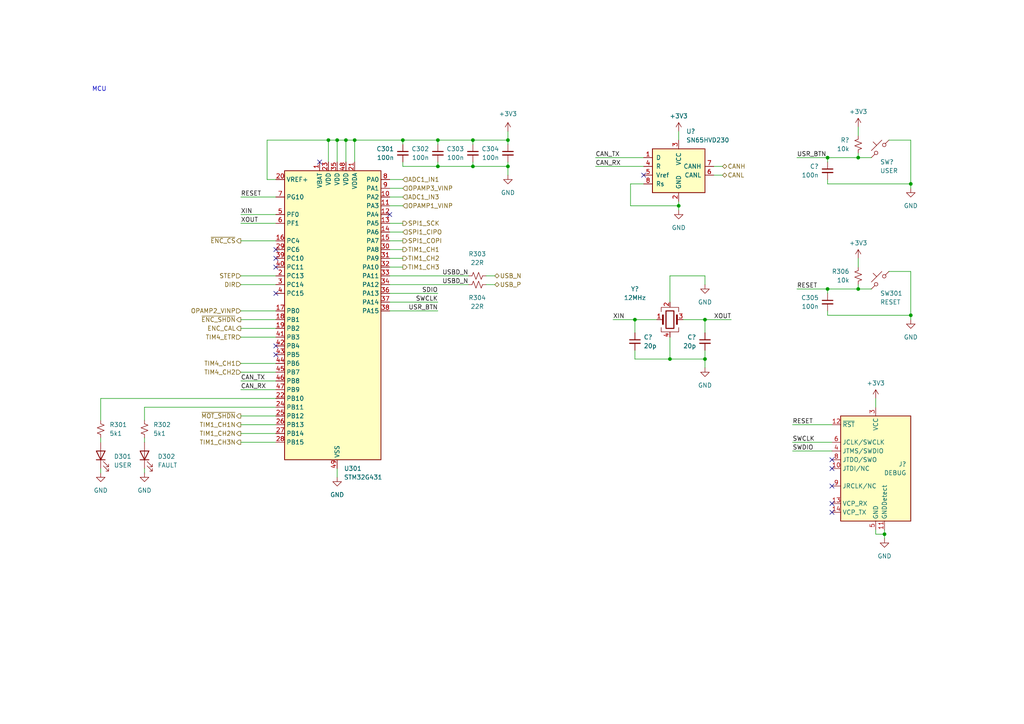
<source format=kicad_sch>
(kicad_sch (version 20230121) (generator eeschema)
  (paper "A4")
  (title_block (title "MICROCONTROLLER") (date "2023-06-17") (rev "1.0") (company "matei repair lab"))
  (lib_symbols
    (symbol "Connector:Conn_ST_STDC14"
      (property "Reference" "J" (at -8.89 16.51 0))
      (property "Value" "Conn_ST_STDC14" (at 17.78 16.51 0))
      (symbol "Conn_ST_STDC14_0_1"
        (rectangle (start -10.16 15.24) (end 10.16 -15.24) (stroke (width 0.254)) (fill (type background)))
      )
      (symbol "Conn_ST_STDC14_1_1"
        (pin no_connect line (at -10.16 5.08 0) (length 2.54) hide (name "NC") (number "1"))
        (pin output line (at 12.7 0 180) (length 2.54) (name "JTDI/NC") (number "10"))
        (pin passive line (at -2.54 -17.78 90) (length 2.54) (name "GNDDetect") (number "11"))
        (pin open_collector line (at 12.7 12.7 180) (length 2.54) (name "~{RST}") (number "12"))
        (pin output line (at 12.7 -10.16 180) (length 2.54) (name "VCP_RX") (number "13"))
        (pin input line (at 12.7 -12.7 180) (length 2.54) (name "VCP_TX") (number "14"))
        (pin no_connect line (at -10.16 2.54 0) (length 2.54) hide (name "NC") (number "2"))
        (pin power_in line (at 0 17.78 270) (length 2.54) (name "VCC") (number "3"))
        (pin bidirectional line (at 12.7 5.08 180) (length 2.54) (name "JTMS/SWDIO") (number "4"))
        (pin power_in line (at 0 -17.78 90) (length 2.54) (name "GND") (number "5"))
        (pin output line (at 12.7 7.62 180) (length 2.54) (name "JCLK/SWCLK") (number "6"))
        (pin passive line (at 0 -17.78 90) (length 2.54) hide (name "GND") (number "7"))
        (pin input line (at 12.7 2.54 180) (length 2.54) (name "JTDO/SWO") (number "8"))
        (pin input line (at 12.7 -5.08 180) (length 2.54) (name "JRCLK/NC") (number "9"))
      )
    )
    (symbol "Device:C_Small" (pin_numbers hide) (pin_names (offset 0.254) hide)
      (property "Reference" "C" (at 0.254 1.778 0))
      (property "Value" "C_Small" (at 0.254 -2.032 0))
      (symbol "C_Small_0_1"
        (polyline (pts (xy -1.524 -0.508) (xy 1.524 -0.508)) (stroke (width 0.3302)))
        (polyline (pts (xy -1.524 0.508) (xy 1.524 0.508)) (stroke (width 0.3048)))
      )
      (symbol "C_Small_1_1"
        (pin passive line (at 0 2.54 270) (length 2.032) (name "~") (number "1"))
        (pin passive line (at 0 -2.54 90) (length 2.032) (name "~") (number "2"))
      )
    )
    (symbol "Device:Crystal_GND24" (pin_names (offset 1.016) hide)
      (property "Reference" "Y" (at 3.175 5.08 0))
      (property "Value" "Crystal_GND24" (at 3.175 3.175 0))
      (symbol "Crystal_GND24_0_1"
        (rectangle (start -1.143 2.54) (end 1.143 -2.54) (stroke (width 0.3048)))
        (polyline (pts (xy -2.54 0) (xy -2.032 0)))
        (polyline (pts (xy -2.032 -1.27) (xy -2.032 1.27)) (stroke (width 0.508)))
        (polyline (pts (xy 0 -3.81) (xy 0 -3.556)))
        (polyline (pts (xy 0 3.556) (xy 0 3.81)))
        (polyline (pts (xy 2.032 -1.27) (xy 2.032 1.27)) (stroke (width 0.508)))
        (polyline (pts (xy 2.032 0) (xy 2.54 0)))
        (polyline (pts (xy -2.54 -2.286) (xy -2.54 -3.556) (xy 2.54 -3.556) (xy 2.54 -2.286)))
        (polyline (pts (xy -2.54 2.286) (xy -2.54 3.556) (xy 2.54 3.556) (xy 2.54 2.286)))
      )
      (symbol "Crystal_GND24_1_1"
        (pin passive line (at -3.81 0 0) (length 1.27) (name "1") (number "1"))
        (pin passive line (at 0 5.08 270) (length 1.27) (name "2") (number "2"))
        (pin passive line (at 3.81 0 180) (length 1.27) (name "3") (number "3"))
        (pin passive line (at 0 -5.08 90) (length 1.27) (name "4") (number "4"))
      )
    )
    (symbol "Device:LED" (pin_numbers hide) (pin_names (offset 1.016) hide)
      (property "Reference" "D" (at 0 2.54 0))
      (property "Value" "LED" (at 0 -2.54 0))
      (symbol "LED_0_1"
        (polyline (pts (xy -1.27 -1.27) (xy -1.27 1.27)) (stroke (width 0.254)))
        (polyline (pts (xy -1.27 0) (xy 1.27 0)))
        (polyline (pts (xy 1.27 -1.27) (xy 1.27 1.27) (xy -1.27 0) (xy 1.27 -1.27)) (stroke (width 0.254)))
        (polyline (pts (xy -3.048 -0.762) (xy -4.572 -2.286) (xy -3.81 -2.286) (xy -4.572 -2.286) (xy -4.572 -1.524)))
        (polyline (pts (xy -1.778 -0.762) (xy -3.302 -2.286) (xy -2.54 -2.286) (xy -3.302 -2.286) (xy -3.302 -1.524)))
      )
      (symbol "LED_1_1"
        (pin passive line (at -3.81 0 0) (length 2.54) (name "K") (number "1"))
        (pin passive line (at 3.81 0 180) (length 2.54) (name "A") (number "2"))
      )
    )
    (symbol "Device:R_Small_US" (pin_numbers hide) (pin_names (offset 0.254) hide)
      (property "Reference" "R" (at 0.762 0.508 0))
      (property "Value" "R_Small_US" (at 0.762 -1.016 0))
      (symbol "R_Small_US_1_1"
        (polyline (pts (xy 0 0) (xy 1.016 -0.381) (xy 0 -0.762) (xy -1.016 -1.143) (xy 0 -1.524)))
        (polyline (pts (xy 0 1.524) (xy 1.016 1.143) (xy 0 0.762) (xy -1.016 0.381) (xy 0 0)))
        (pin passive line (at 0 2.54 270) (length 1.016) (name "~") (number "1"))
        (pin passive line (at 0 -2.54 90) (length 1.016) (name "~") (number "2"))
      )
    )
    (symbol "Interface_CAN_LIN:SN65HVD230" (pin_names (offset 1.016))
      (property "Reference" "U" (at -2.54 10.16 0))
      (property "Value" "SN65HVD230" (at -2.54 7.62 0))
      (symbol "SN65HVD230_0_1"
        (rectangle (start -7.62 5.08) (end 7.62 -7.62) (stroke (width 0.254)) (fill (type background)))
      )
      (symbol "SN65HVD230_1_1"
        (pin input line (at -10.16 2.54 0) (length 2.54) (name "D") (number "1"))
        (pin power_in line (at 0 -10.16 90) (length 2.54) (name "GND") (number "2"))
        (pin power_in line (at 0 7.62 270) (length 2.54) (name "VCC") (number "3"))
        (pin output line (at -10.16 0 0) (length 2.54) (name "R") (number "4"))
        (pin output line (at -10.16 -2.54 0) (length 2.54) (name "Vref") (number "5"))
        (pin bidirectional line (at 10.16 -2.54 180) (length 2.54) (name "CANL") (number "6"))
        (pin bidirectional line (at 10.16 0 180) (length 2.54) (name "CANH") (number "7"))
        (pin input line (at -10.16 -5.08 0) (length 2.54) (name "Rs") (number "8"))
      )
    )
    (symbol "MCU_ST_STM32G4:STM32G431CBUx"
      (property "Reference" "U" (at -12.7 44.45 0))
      (property "Value" "STM32G431CBUx" (at 10.16 44.45 0))
      (symbol "STM32G431CBUx_0_1"
        (rectangle (start -12.7 -40.64) (end 15.24 43.18) (stroke (width 0.254)) (fill (type background)))
      )
      (symbol "STM32G431CBUx_1_1"
        (pin power_in line (at -2.54 45.72 270) (length 2.54) (name "VBAT") (number "1"))
        (pin bidirectional line (at 17.78 35.56 180) (length 2.54) (name "PA2") (number "10"))
        (pin bidirectional line (at 17.78 33.02 180) (length 2.54) (name "PA3") (number "11"))
        (pin bidirectional line (at 17.78 30.48 180) (length 2.54) (name "PA4") (number "12"))
        (pin bidirectional line (at 17.78 27.94 180) (length 2.54) (name "PA5") (number "13"))
        (pin bidirectional line (at 17.78 25.4 180) (length 2.54) (name "PA6") (number "14"))
        (pin bidirectional line (at 17.78 22.86 180) (length 2.54) (name "PA7") (number "15"))
        (pin bidirectional line (at -15.24 22.86 0) (length 2.54) (name "PC4") (number "16"))
        (pin bidirectional line (at -15.24 2.54 0) (length 2.54) (name "PB0") (number "17"))
        (pin bidirectional line (at -15.24 0 0) (length 2.54) (name "PB1") (number "18"))
        (pin bidirectional line (at -15.24 -2.54 0) (length 2.54) (name "PB2") (number "19"))
        (pin bidirectional line (at -15.24 12.7 0) (length 2.54) (name "PC13") (number "2"))
        (pin input line (at -15.24 40.64 0) (length 2.54) (name "VREF+") (number "20"))
        (pin power_in line (at 7.62 45.72 270) (length 2.54) (name "VDDA") (number "21"))
        (pin bidirectional line (at -15.24 -22.86 0) (length 2.54) (name "PB10") (number "22"))
        (pin power_in line (at 0 45.72 270) (length 2.54) (name "VDD") (number "23"))
        (pin bidirectional line (at -15.24 -25.4 0) (length 2.54) (name "PB11") (number "24"))
        (pin bidirectional line (at -15.24 -27.94 0) (length 2.54) (name "PB12") (number "25"))
        (pin bidirectional line (at -15.24 -30.48 0) (length 2.54) (name "PB13") (number "26"))
        (pin bidirectional line (at -15.24 -33.02 0) (length 2.54) (name "PB14") (number "27"))
        (pin bidirectional line (at -15.24 -35.56 0) (length 2.54) (name "PB15") (number "28"))
        (pin bidirectional line (at -15.24 20.32 0) (length 2.54) (name "PC6") (number "29"))
        (pin bidirectional line (at -15.24 10.16 0) (length 2.54) (name "PC14") (number "3"))
        (pin bidirectional line (at 17.78 20.32 180) (length 2.54) (name "PA8") (number "30"))
        (pin bidirectional line (at 17.78 17.78 180) (length 2.54) (name "PA9") (number "31"))
        (pin bidirectional line (at 17.78 15.24 180) (length 2.54) (name "PA10") (number "32"))
        (pin bidirectional line (at 17.78 12.7 180) (length 2.54) (name "PA11") (number "33"))
        (pin bidirectional line (at 17.78 10.16 180) (length 2.54) (name "PA12") (number "34"))
        (pin power_in line (at 2.54 45.72 270) (length 2.54) (name "VDD") (number "35"))
        (pin bidirectional line (at 17.78 7.62 180) (length 2.54) (name "PA13") (number "36"))
        (pin bidirectional line (at 17.78 5.08 180) (length 2.54) (name "PA14") (number "37"))
        (pin bidirectional line (at 17.78 2.54 180) (length 2.54) (name "PA15") (number "38"))
        (pin bidirectional line (at -15.24 17.78 0) (length 2.54) (name "PC10") (number "39"))
        (pin bidirectional line (at -15.24 7.62 0) (length 2.54) (name "PC15") (number "4"))
        (pin bidirectional line (at -15.24 15.24 0) (length 2.54) (name "PC11") (number "40"))
        (pin bidirectional line (at -15.24 -5.08 0) (length 2.54) (name "PB3") (number "41"))
        (pin bidirectional line (at -15.24 -7.62 0) (length 2.54) (name "PB4") (number "42"))
        (pin bidirectional line (at -15.24 -10.16 0) (length 2.54) (name "PB5") (number "43"))
        (pin bidirectional line (at -15.24 -12.7 0) (length 2.54) (name "PB6") (number "44"))
        (pin bidirectional line (at -15.24 -15.24 0) (length 2.54) (name "PB7") (number "45"))
        (pin bidirectional line (at -15.24 -17.78 0) (length 2.54) (name "PB8") (number "46"))
        (pin bidirectional line (at -15.24 -20.32 0) (length 2.54) (name "PB9") (number "47"))
        (pin power_in line (at 5.08 45.72 270) (length 2.54) (name "VDD") (number "48"))
        (pin power_in line (at 2.54 -43.18 90) (length 2.54) (name "VSS") (number "49"))
        (pin bidirectional line (at -15.24 30.48 0) (length 2.54) (name "PF0") (number "5"))
        (pin bidirectional line (at -15.24 27.94 0) (length 2.54) (name "PF1") (number "6"))
        (pin bidirectional line (at -15.24 35.56 0) (length 2.54) (name "PG10") (number "7"))
        (pin bidirectional line (at 17.78 40.64 180) (length 2.54) (name "PA0") (number "8"))
        (pin bidirectional line (at 17.78 38.1 180) (length 2.54) (name "PA1") (number "9"))
      )
    )
    (symbol "Switch:SW_Push_45deg" (pin_numbers hide) (pin_names (offset 1.016) hide)
      (property "Reference" "SW" (at 3.048 1.016 0))
      (property "Value" "SW_Push_45deg" (at 0 -3.81 0))
      (symbol "SW_Push_45deg_0_1"
        (circle (center -1.1684 1.1684) (radius 0.508))
        (polyline (pts (xy -0.508 2.54) (xy 2.54 -0.508)))
        (polyline (pts (xy 1.016 1.016) (xy 2.032 2.032)))
        (polyline (pts (xy -2.54 2.54) (xy -1.524 1.524) (xy -1.524 1.524)))
        (polyline (pts (xy 1.524 -1.524) (xy 2.54 -2.54) (xy 2.54 -2.54) (xy 2.54 -2.54)))
        (circle (center 1.143 -1.1938) (radius 0.508))
        (pin passive line (at -2.54 2.54 0) (length 0) (name "1") (number "1"))
        (pin passive line (at 2.54 -2.54 180) (length 0) (name "2") (number "2"))
      )
    )
    (symbol "power:+3V3" (power) (pin_names (offset 0))
      (property "Value" "+3V3" (at 0 3.556 0))
      (symbol "+3V3_0_1"
        (polyline (pts (xy -0.762 1.27) (xy 0 2.54)))
        (polyline (pts (xy 0 0) (xy 0 2.54)))
        (polyline (pts (xy 0 2.54) (xy 0.762 1.27)))
      )
      (symbol "+3V3_1_1"
        (pin power_in line (at 0 0 90) (length 0) hide (name "+3V3") (number "1"))
      )
    )
    (symbol "power:GND" (power) (pin_names (offset 0))
      (property "Value" "GND" (at 0 -3.81 0))
      (symbol "GND_0_1"
        (polyline (pts (xy 0 0) (xy 0 -1.27) (xy 1.27 -1.27) (xy 0 -2.54) (xy -1.27 -1.27) (xy 0 -1.27)))
      )
      (symbol "GND_1_1"
        (pin power_in line (at 0 0 270) (length 0) hide (name "GND") (number "1"))
      )
    )
  )
  (junction (at 137.16 40.64))
  (junction (at 100.33 40.64))
  (junction (at 97.79 40.64))
  (junction (at 248.92 45.72))
  (junction (at 116.84 40.64))
  (junction (at 184.15 92.71))
  (junction (at 264.16 91.44))
  (junction (at 127 40.64))
  (junction (at 264.16 53.34))
  (junction (at 204.47 104.14))
  (junction (at 127 48.26))
  (junction (at 194.31 104.14))
  (junction (at 147.32 48.26))
  (junction (at 248.92 83.82))
  (junction (at 147.32 40.64))
  (junction (at 256.54 154.94))
  (junction (at 240.03 45.72))
  (junction (at 137.16 48.26))
  (junction (at 240.03 83.82))
  (junction (at 102.87 40.64))
  (junction (at 95.25 40.64))
  (junction (at 204.47 92.71))
  (junction (at 196.85 59.69))
  (no_connect (at 80.01 77.47))
  (no_connect (at 241.3 148.59))
  (no_connect (at 80.01 102.87))
  (no_connect (at 241.3 133.35))
  (no_connect (at 80.01 100.33))
  (no_connect (at 113.03 62.23))
  (no_connect (at 186.69 50.8))
  (no_connect (at 80.01 72.39))
  (no_connect (at 92.71 46.99))
  (no_connect (at 241.3 140.97))
  (no_connect (at 80.01 74.93))
  (no_connect (at 80.01 85.09))
  (no_connect (at 241.3 135.89))
  (no_connect (at 241.3 146.05))
  (wire (pts (xy 116.84 40.64) (xy 116.84 41.91)))
  (wire (pts (xy 69.85 113.03) (xy 80.01 113.03)))
  (wire (pts (xy 147.32 46.99) (xy 147.32 48.26)))
  (wire (pts (xy 196.85 58.42) (xy 196.85 59.69)))
  (wire (pts (xy 77.47 52.07) (xy 77.47 40.64)))
  (wire (pts (xy 204.47 80.01) (xy 204.47 82.55)))
  (wire (pts (xy 254 153.67) (xy 254 154.94)))
  (wire (pts (xy 184.15 101.6) (xy 184.15 104.14)))
  (wire (pts (xy 240.03 52.07) (xy 240.03 53.34)))
  (wire (pts (xy 69.85 97.79) (xy 80.01 97.79)))
  (wire (pts (xy 69.85 128.27) (xy 80.01 128.27)))
  (wire (pts (xy 97.79 40.64) (xy 97.79 46.99)))
  (wire (pts (xy 254 115.57) (xy 254 118.11)))
  (wire (pts (xy 140.97 82.55) (xy 143.51 82.55)))
  (wire (pts (xy 69.85 80.01) (xy 80.01 80.01)))
  (wire (pts (xy 248.92 74.93) (xy 248.92 77.47)))
  (wire (pts (xy 194.31 97.79) (xy 194.31 104.14)))
  (wire (pts (xy 248.92 44.45) (xy 248.92 45.72)))
  (wire (pts (xy 69.85 95.25) (xy 80.01 95.25)))
  (wire (pts (xy 69.85 125.73) (xy 80.01 125.73)))
  (wire (pts (xy 229.87 123.19) (xy 241.3 123.19)))
  (wire (pts (xy 29.21 115.57) (xy 80.01 115.57)))
  (wire (pts (xy 207.01 50.8) (xy 209.55 50.8)))
  (wire (pts (xy 80.01 69.85) (xy 69.85 69.85)))
  (wire (pts (xy 95.25 46.99) (xy 95.25 40.64)))
  (wire (pts (xy 100.33 40.64) (xy 102.87 40.64)))
  (wire (pts (xy 41.91 121.92) (xy 41.91 118.11)))
  (wire (pts (xy 113.03 59.69) (xy 116.84 59.69)))
  (wire (pts (xy 69.85 120.65) (xy 80.01 120.65)))
  (wire (pts (xy 127 40.64) (xy 127 41.91)))
  (wire (pts (xy 137.16 48.26) (xy 147.32 48.26)))
  (wire (pts (xy 69.85 92.71) (xy 80.01 92.71)))
  (wire (pts (xy 229.87 130.81) (xy 241.3 130.81)))
  (wire (pts (xy 113.03 52.07) (xy 116.84 52.07)))
  (wire (pts (xy 248.92 83.82) (xy 252.73 83.82)))
  (wire (pts (xy 113.03 67.31) (xy 116.84 67.31)))
  (wire (pts (xy 248.92 45.72) (xy 252.73 45.72)))
  (wire (pts (xy 248.92 82.55) (xy 248.92 83.82)))
  (wire (pts (xy 257.81 40.64) (xy 264.16 40.64)))
  (wire (pts (xy 172.72 45.72) (xy 186.69 45.72)))
  (wire (pts (xy 257.81 78.74) (xy 264.16 78.74)))
  (wire (pts (xy 256.54 154.94) (xy 256.54 156.21)))
  (wire (pts (xy 172.72 48.26) (xy 186.69 48.26)))
  (wire (pts (xy 80.01 52.07) (xy 77.47 52.07)))
  (wire (pts (xy 41.91 135.89) (xy 41.91 137.16)))
  (wire (pts (xy 69.85 107.95) (xy 80.01 107.95)))
  (wire (pts (xy 113.03 74.93) (xy 116.84 74.93)))
  (wire (pts (xy 196.85 38.1) (xy 196.85 40.64)))
  (wire (pts (xy 264.16 78.74) (xy 264.16 91.44)))
  (wire (pts (xy 229.87 128.27) (xy 241.3 128.27)))
  (wire (pts (xy 113.03 82.55) (xy 135.89 82.55)))
  (wire (pts (xy 113.03 64.77) (xy 116.84 64.77)))
  (wire (pts (xy 240.03 45.72) (xy 248.92 45.72)))
  (wire (pts (xy 116.84 40.64) (xy 127 40.64)))
  (wire (pts (xy 194.31 87.63) (xy 194.31 80.01)))
  (wire (pts (xy 113.03 57.15) (xy 116.84 57.15)))
  (wire (pts (xy 254 154.94) (xy 256.54 154.94)))
  (wire (pts (xy 69.85 57.15) (xy 80.01 57.15)))
  (wire (pts (xy 194.31 104.14) (xy 204.47 104.14)))
  (wire (pts (xy 113.03 77.47) (xy 116.84 77.47)))
  (wire (pts (xy 29.21 127) (xy 29.21 128.27)))
  (wire (pts (xy 184.15 92.71) (xy 190.5 92.71)))
  (wire (pts (xy 204.47 101.6) (xy 204.47 104.14)))
  (wire (pts (xy 240.03 45.72) (xy 240.03 46.99)))
  (wire (pts (xy 116.84 46.99) (xy 116.84 48.26)))
  (wire (pts (xy 127 46.99) (xy 127 48.26)))
  (wire (pts (xy 97.79 40.64) (xy 100.33 40.64)))
  (wire (pts (xy 29.21 115.57) (xy 29.21 121.92)))
  (wire (pts (xy 95.25 40.64) (xy 97.79 40.64)))
  (wire (pts (xy 113.03 80.01) (xy 135.89 80.01)))
  (wire (pts (xy 198.12 92.71) (xy 204.47 92.71)))
  (wire (pts (xy 231.14 45.72) (xy 240.03 45.72)))
  (wire (pts (xy 116.84 48.26) (xy 127 48.26)))
  (wire (pts (xy 100.33 40.64) (xy 100.33 46.99)))
  (wire (pts (xy 248.92 36.83) (xy 248.92 39.37)))
  (wire (pts (xy 113.03 54.61) (xy 116.84 54.61)))
  (wire (pts (xy 147.32 38.1) (xy 147.32 40.64)))
  (wire (pts (xy 69.85 82.55) (xy 80.01 82.55)))
  (wire (pts (xy 204.47 92.71) (xy 204.47 96.52)))
  (wire (pts (xy 140.97 80.01) (xy 143.51 80.01)))
  (wire (pts (xy 69.85 105.41) (xy 80.01 105.41)))
  (wire (pts (xy 240.03 83.82) (xy 240.03 85.09)))
  (wire (pts (xy 113.03 87.63) (xy 127 87.63)))
  (wire (pts (xy 184.15 92.71) (xy 184.15 96.52)))
  (wire (pts (xy 264.16 40.64) (xy 264.16 53.34)))
  (wire (pts (xy 113.03 69.85) (xy 116.84 69.85)))
  (wire (pts (xy 231.14 83.82) (xy 240.03 83.82)))
  (wire (pts (xy 194.31 80.01) (xy 204.47 80.01)))
  (wire (pts (xy 256.54 153.67) (xy 256.54 154.94)))
  (wire (pts (xy 69.85 64.77) (xy 80.01 64.77)))
  (wire (pts (xy 97.79 135.89) (xy 97.79 138.43)))
  (wire (pts (xy 147.32 40.64) (xy 147.32 41.91)))
  (wire (pts (xy 127 90.17) (xy 113.03 90.17)))
  (wire (pts (xy 240.03 53.34) (xy 264.16 53.34)))
  (wire (pts (xy 177.8 92.71) (xy 184.15 92.71)))
  (wire (pts (xy 137.16 46.99) (xy 137.16 48.26)))
  (wire (pts (xy 182.88 53.34) (xy 182.88 59.69)))
  (wire (pts (xy 240.03 83.82) (xy 248.92 83.82)))
  (wire (pts (xy 137.16 40.64) (xy 137.16 41.91)))
  (wire (pts (xy 29.21 135.89) (xy 29.21 137.16)))
  (wire (pts (xy 137.16 40.64) (xy 147.32 40.64)))
  (wire (pts (xy 102.87 40.64) (xy 102.87 46.99)))
  (wire (pts (xy 41.91 118.11) (xy 80.01 118.11)))
  (wire (pts (xy 127 48.26) (xy 137.16 48.26)))
  (wire (pts (xy 41.91 127) (xy 41.91 128.27)))
  (wire (pts (xy 186.69 53.34) (xy 182.88 53.34)))
  (wire (pts (xy 264.16 53.34) (xy 264.16 54.61)))
  (wire (pts (xy 264.16 91.44) (xy 264.16 92.71)))
  (wire (pts (xy 77.47 40.64) (xy 95.25 40.64)))
  (wire (pts (xy 69.85 123.19) (xy 80.01 123.19)))
  (wire (pts (xy 69.85 110.49) (xy 80.01 110.49)))
  (wire (pts (xy 113.03 72.39) (xy 116.84 72.39)))
  (wire (pts (xy 204.47 104.14) (xy 204.47 106.68)))
  (wire (pts (xy 147.32 48.26) (xy 147.32 50.8)))
  (wire (pts (xy 240.03 90.17) (xy 240.03 91.44)))
  (wire (pts (xy 113.03 85.09) (xy 127 85.09)))
  (wire (pts (xy 182.88 59.69) (xy 196.85 59.69)))
  (wire (pts (xy 69.85 62.23) (xy 80.01 62.23)))
  (wire (pts (xy 69.85 90.17) (xy 80.01 90.17)))
  (wire (pts (xy 184.15 104.14) (xy 194.31 104.14)))
  (wire (pts (xy 102.87 40.64) (xy 116.84 40.64)))
  (wire (pts (xy 127 40.64) (xy 137.16 40.64)))
  (wire (pts (xy 207.01 48.26) (xy 209.55 48.26)))
  (wire (pts (xy 204.47 92.71) (xy 212.09 92.71)))
  (wire (pts (xy 196.85 59.69) (xy 196.85 60.96)))
  (wire (pts (xy 240.03 91.44) (xy 264.16 91.44)))
  (text "MCU" (at 26.67 26.67 0) (effects (font (size 1.27 1.27)) (justify left bottom)))
  (label "SWCLK" (at 229.87 128.27 0))
  (label "CAN_RX" (at 69.85 113.03 0))
  (label "CAN_TX" (at 172.72 45.72 0))
  (label "USR_BTN" (at 127 90.17 180))
  (label "RESET" (at 69.85 57.15 0))
  (label "XOUT" (at 69.85 64.77 0))
  (label "CAN_RX" (at 172.72 48.26 0))
  (label "CAN_TX" (at 69.85 110.49 0))
  (label "USBD_N" (at 128.27 80.01 0))
  (label "SWDIO" (at 229.87 130.81 0))
  (label "XOUT" (at 212.09 92.71 180))
  (label "SDIO" (at 127 85.09 180))
  (label "USR_BTN" (at 231.14 45.72 0))
  (label "RESET" (at 229.87 123.19 0))
  (label "SWCLK" (at 127 87.63 180))
  (label "USBD_N" (at 128.27 82.55 0))
  (label "RESET" (at 231.14 83.82 0))
  (label "XIN" (at 69.85 62.23 0))
  (label "XIN" (at 177.8 92.71 0))
  (hierarchical_label "SPI1_COPI" (shape output) (at 116.84 69.85 0))
  (hierarchical_label "ADC1_IN3" (shape input) (at 116.84 57.15 0))
  (hierarchical_label "OPAMP3_VINP" (shape input) (at 116.84 54.61 0))
  (hierarchical_label "TIM4_CH1" (shape input) (at 69.85 105.41 180))
  (hierarchical_label "SPI1_CIPO" (shape input) (at 116.84 67.31 0))
  (hierarchical_label "OPAMP1_VINP" (shape input) (at 116.84 59.69 0))
  (hierarchical_label "USB_N" (shape bidirectional) (at 143.51 80.01 0))
  (hierarchical_label "STEP" (shape input) (at 69.85 80.01 180))
  (hierarchical_label "CANH" (shape bidirectional) (at 209.55 48.26 0))
  (hierarchical_label "CANL" (shape bidirectional) (at 209.55 50.8 0))
  (hierarchical_label "TIM1_CH1" (shape output) (at 116.84 72.39 0))
  (hierarchical_label "TIM4_CH2" (shape input) (at 69.85 107.95 180))
  (hierarchical_label "ADC1_IN1" (shape input) (at 116.84 52.07 0))
  (hierarchical_label "~{ENC_CS}" (shape output) (at 69.85 69.85 180))
  (hierarchical_label "ENC_CAL" (shape output) (at 69.85 95.25 180))
  (hierarchical_label "USB_P" (shape bidirectional) (at 143.51 82.55 0))
  (hierarchical_label "TIM1_CH3" (shape output) (at 116.84 77.47 0))
  (hierarchical_label "TIM1_CH2N" (shape output) (at 69.85 125.73 180))
  (hierarchical_label "SPI1_SCK" (shape output) (at 116.84 64.77 0))
  (hierarchical_label "~{ENC_SHDN}" (shape output) (at 69.85 92.71 180))
  (hierarchical_label "~{MOT_SHDN}" (shape output) (at 69.85 120.65 180))
  (hierarchical_label "TIM1_CH3N" (shape output) (at 69.85 128.27 180))
  (hierarchical_label "TIM1_CH2" (shape output) (at 116.84 74.93 0))
  (hierarchical_label "TIM4_ETR" (shape input) (at 69.85 97.79 180))
  (hierarchical_label "TIM1_CH1N" (shape output) (at 69.85 123.19 180))
  (hierarchical_label "OPAMP2_VINP" (shape input) (at 69.85 90.17 180))
  (hierarchical_label "DIR" (shape input) (at 69.85 82.55 180))
  (symbol (lib_id "Device:R_Small_US") (at 248.92 80.01 0) (mirror y) (unit 1)
    (property "Reference" "R306" (at 246.38 78.74 0) (effects (justify left)))
    (property "Value" "10k" (at 246.38 81.28 0) (effects (justify left)))
    (property "Footprint" "Resistor_SMD:R_0402_1005Metric" (effects hide))
    (property "LCSC Part" "C25744" (effects hide))
    (instances (project "sfoc-stepper" (path "" (reference "R306") (unit 1))) (project "stm32g431-mt6701-stspin233" (path "" (reference "R?") (unit 1)) (path "" (reference "R203") (unit 1))))
  )
  (symbol (lib_id "Device:Crystal_GND24") (at 194.31 92.71 0) (unit 1)
    (property "Reference" "Y?" (at 184.15 83.82 0))
    (property "Value" "12MHz" (at 184.15 86.36 0))
    (property "Footprint" "Crystal:Crystal_SMD_3225-4Pin_3.2x2.5mm" (effects hide))
    (property "LCSC Part" "C9002" (effects hide))
  )
  (symbol (lib_id "Device:C_Small") (at 184.15 99.06 0) (unit 1)
    (property "Reference" "C?" (at 186.69 97.7963 0) (effects (justify left)))
    (property "Value" "20p" (at 186.69 100.3363 0) (effects (justify left)))
    (property "Footprint" "Capacitor_SMD:C_0402_1005Metric" (effects hide))
    (property "LCSC Part" "C1554" (effects hide))
    (instances (project "sfoc-stepper" (path "" (reference "C?") (unit 1))) (project "stm32g431-mt6701-stspin233" (path "" (reference "C204") (unit 1))))
  )
  (symbol (lib_id "Device:C_Small") (at 240.03 49.53 0) (unit 1)
    (property "Reference" "C?" (at 237.49 48.2663 0) (effects (justify right)))
    (property "Value" "100n" (at 237.49 50.8063 0) (effects (justify right)))
    (property "Footprint" "Capacitor_SMD:C_0402_1005Metric" (effects hide))
    (property "LCSC Part" "C307331" (effects hide))
    (instances (project "sfoc-stepper" (path "" (reference "C?") (unit 1))) (project "stm32g431-mt6701-stspin233" (path "" (reference "C208") (unit 1))))
  )
  (symbol (lib_id "Device:R_Small_US") (at 29.21 124.46 0) (unit 1)
    (property "Reference" "R301" (at 31.75 123.19 0) (effects (justify left)))
    (property "Value" "5k1" (at 31.75 125.73 0) (effects (justify left)))
    (property "Footprint" "Resistor_SMD:R_0402_1005Metric" (effects hide))
    (property "LCSC Part" "C25905" (effects hide))
    (instances (project "sfoc-stepper" (path "" (reference "R301") (unit 1))) (project "stm32g431-mt6701-stspin233" (path "" (reference "R201") (unit 1))))
  )
  (symbol (lib_id "power:GND") (at 41.91 137.16 0) (unit 1)
    (property "Reference" "#PWR0302" (effects hide))
    (property "Value" "GND" (at 41.91 142.24 0))
    (instances (project "sfoc-stepper" (path "" (reference "#PWR0302") (unit 1))) (project "stm32g431-mt6701-stspin233" (path "" (reference "#PWR0111") (unit 1)) (path "" (reference "#PWR0202") (unit 1))))
  )
  (symbol (lib_id "Device:C_Small") (at 147.32 44.45 0) (mirror y) (unit 1)
    (property "Reference" "C304" (at 144.78 43.1863 0) (effects (justify left)))
    (property "Value" "100n" (at 144.78 45.7263 0) (effects (justify left)))
    (property "Footprint" "Capacitor_SMD:C_0402_1005Metric" (effects hide))
    (property "LCSC Part" "C307331" (effects hide))
    (instances (project "sfoc-stepper" (path "" (reference "C304") (unit 1))) (project "stm32g431-mt6701-stspin233" (path "" (reference "C204") (unit 1))))
  )
  (symbol (lib_id "Device:LED") (at 41.91 132.08 90) (unit 1)
    (property "Reference" "D302" (at 45.72 132.3975 90) (effects (justify right)))
    (property "Value" "FAULT" (at 45.72 134.9375 90) (effects (justify right)))
    (property "Footprint" "Diode_SMD:D_0603_1608Metric" (effects hide))
    (property "LCSC Part" "C2286" (effects hide))
    (instances (project "sfoc-stepper" (path "" (reference "D302") (unit 1))) (project "stm32g431-mt6701-stspin233" (path "" (reference "D201") (unit 1))))
  )
  (symbol (lib_id "power:GND") (at 196.85 60.96 0) (unit 1)
    (property "Reference" "#PWR0315" (effects hide))
    (property "Value" "GND" (at 196.85 66.04 0))
    (instances (project "sfoc-stepper" (path "" (reference "#PWR0315") (unit 1))) (project "stm32g431-mt6701-stspin233" (path "" (reference "#PWR0125") (unit 1)) (path "" (reference "#PWR0213") (unit 1))))
  )
  (symbol (lib_id "Device:R_Small_US") (at 248.92 41.91 0) (mirror y) (unit 1)
    (property "Reference" "R?" (at 246.38 40.64 0) (effects (justify left)))
    (property "Value" "10k" (at 246.38 43.18 0) (effects (justify left)))
    (property "Footprint" "Resistor_SMD:R_0402_1005Metric" (effects hide))
    (property "LCSC Part" "C25744" (effects hide))
    (instances (project "sfoc-stepper" (path "" (reference "R?") (unit 1))) (project "stm32g431-mt6701-stspin233" (path "" (reference "R?") (unit 1)) (path "" (reference "R203") (unit 1))))
  )
  (symbol (lib_id "Device:C_Small") (at 127 44.45 0) (mirror y) (unit 1)
    (property "Reference" "C302" (at 124.46 43.1863 0) (effects (justify left)))
    (property "Value" "100n" (at 124.46 45.7263 0) (effects (justify left)))
    (property "Footprint" "Capacitor_SMD:C_0402_1005Metric" (effects hide))
    (property "LCSC Part" "C307331" (effects hide))
    (instances (project "sfoc-stepper" (path "" (reference "C302") (unit 1))) (project "stm32g431-mt6701-stspin233" (path "" (reference "C202") (unit 1))))
  )
  (symbol (lib_id "Device:C_Small") (at 137.16 44.45 0) (mirror y) (unit 1)
    (property "Reference" "C303" (at 134.62 43.1863 0) (effects (justify left)))
    (property "Value" "100n" (at 134.62 45.7263 0) (effects (justify left)))
    (property "Footprint" "Capacitor_SMD:C_0402_1005Metric" (effects hide))
    (property "LCSC Part" "C307331" (effects hide))
    (instances (project "sfoc-stepper" (path "" (reference "C303") (unit 1))) (project "stm32g431-mt6701-stspin233" (path "" (reference "C203") (unit 1))))
  )
  (symbol (lib_id "power:+3V3") (at 254 115.57 0) (unit 1)
    (property "Reference" "#PWR0307" (effects hide))
    (property "Value" "+3V3" (at 254 111.125 0))
    (instances (project "sfoc-stepper" (path "" (reference "#PWR0307") (unit 1))) (project "stm32g431-mt6701-stspin233" (path "" (reference "#PWR0123") (unit 1)) (path "" (reference "#PWR0210") (unit 1))))
  )
  (symbol (lib_id "power:+3V3") (at 196.85 38.1 0) (unit 1)
    (property "Reference" "#PWR0314" (effects hide))
    (property "Value" "+3V3" (at 196.85 33.655 0))
    (instances (project "sfoc-stepper" (path "" (reference "#PWR0314") (unit 1))) (project "stm32g431-mt6701-stspin233" (path "" (reference "#PWR0123") (unit 1)) (path "" (reference "#PWR0210") (unit 1))))
  )
  (symbol (lib_id "power:GND") (at 147.32 50.8 0) (unit 1)
    (property "Reference" "#PWR0305" (effects hide))
    (property "Value" "GND" (at 147.32 55.88 0))
    (instances (project "sfoc-stepper" (path "" (reference "#PWR0305") (unit 1))) (project "stm32g431-mt6701-stspin233" (path "" (reference "#PWR0106") (unit 1)) (path "" (reference "#PWR0204") (unit 1))))
  )
  (symbol (lib_id "Device:C_Small") (at 116.84 44.45 0) (mirror y) (unit 1)
    (property "Reference" "C301" (at 114.3 43.1863 0) (effects (justify left)))
    (property "Value" "100n" (at 114.3 45.7263 0) (effects (justify left)))
    (property "Footprint" "Capacitor_SMD:C_0402_1005Metric" (effects hide))
    (property "LCSC Part" "C307331" (effects hide))
    (instances (project "sfoc-stepper" (path "" (reference "C301") (unit 1))) (project "stm32g431-mt6701-stspin233" (path "" (reference "C201") (unit 1))))
  )
  (symbol (lib_id "MCU_ST_STM32G4:STM32G431CBUx") (at 95.25 92.71 0) (unit 1)
    (property "Reference" "U301" (at 99.7459 135.89 0) (effects (justify left)))
    (property "Value" "STM32G431" (at 99.7459 138.43 0) (effects (justify left)))
    (property "Footprint" "Package_DFN_QFN:QFN-48-1EP_7x7mm_P0.5mm_EP5.6x5.6mm" (effects hide))
    (property "Datasheet" "https://www.st.com/resource/en/datasheet/stm32g431cb.pdf" (effects hide))
    (property "LCSC Part" "C529356" (effects hide))
    (instances (project "sfoc-stepper" (path "" (reference "U301") (unit 1))) (project "stm32g431-mt6701-stspin233" (path "" (reference "U?") (unit 1)) (path "" (reference "U201") (unit 1))))
  )
  (symbol (lib_id "power:+3V3") (at 248.92 74.93 0) (unit 1)
    (property "Reference" "#PWR0309" (effects hide))
    (property "Value" "+3V3" (at 248.92 70.485 0))
    (instances (project "sfoc-stepper" (path "" (reference "#PWR0309") (unit 1))) (project "stm32g431-mt6701-stspin233" (path "" (reference "#PWR0123") (unit 1)) (path "" (reference "#PWR0210") (unit 1))))
  )
  (symbol (lib_id "Device:R_Small_US") (at 138.43 80.01 90) (unit 1)
    (property "Reference" "R303" (at 138.43 73.66 90))
    (property "Value" "22R" (at 138.43 76.2 90))
    (property "Footprint" "Resistor_SMD:R_0402_1005Metric" (effects hide))
    (property "LCSC Part" "C25092" (effects hide))
    (instances (project "sfoc-stepper" (path "" (reference "R303") (unit 1))) (project "stm32g431-mt6701-stspin233" (path "" (reference "R602") (unit 1)) (path "" (reference "R206") (unit 1))))
  )
  (symbol (lib_id "Device:R_Small_US") (at 138.43 82.55 270) (unit 1)
    (property "Reference" "R304" (at 138.43 86.36 90))
    (property "Value" "22R" (at 138.43 88.9 90))
    (property "Footprint" "Resistor_SMD:R_0402_1005Metric" (effects hide))
    (property "LCSC Part" "C25092" (effects hide))
    (instances (project "sfoc-stepper" (path "" (reference "R304") (unit 1))) (project "stm32g431-mt6701-stspin233" (path "" (reference "R603") (unit 1)) (path "" (reference "R207") (unit 1))))
  )
  (symbol (lib_id "power:GND") (at 204.47 106.68 0) (unit 1)
    (property "Reference" "#PWR0313" (effects hide))
    (property "Value" "GND" (at 204.47 111.76 0))
    (instances (project "sfoc-stepper" (path "" (reference "#PWR0313") (unit 1))) (project "stm32g431-mt6701-stspin233" (path "" (reference "#PWR0106") (unit 1)) (path "" (reference "#PWR0204") (unit 1))))
  )
  (symbol (lib_id "power:GND") (at 256.54 156.21 0) (unit 1)
    (property "Reference" "#PWR0306" (effects hide))
    (property "Value" "GND" (at 256.54 161.29 0))
    (instances (project "sfoc-stepper" (path "" (reference "#PWR0306") (unit 1))) (project "stm32g431-mt6701-stspin233" (path "" (reference "#PWR0106") (unit 1)) (path "" (reference "#PWR0204") (unit 1))))
  )
  (symbol (lib_id "power:+3V3") (at 147.32 38.1 0) (unit 1)
    (property "Reference" "#PWR0304" (effects hide))
    (property "Value" "+3V3" (at 147.32 33.02 0))
    (instances (project "sfoc-stepper" (path "" (reference "#PWR0304") (unit 1))) (project "stm32g431-mt6701-stspin233" (path "" (reference "#PWR0107") (unit 1)) (path "" (reference "#PWR0203") (unit 1))))
  )
  (symbol (lib_id "power:GND") (at 204.47 82.55 0) (unit 1)
    (property "Reference" "#PWR0312" (effects hide))
    (property "Value" "GND" (at 204.47 87.63 0))
    (instances (project "sfoc-stepper" (path "" (reference "#PWR0312") (unit 1))) (project "stm32g431-mt6701-stspin233" (path "" (reference "#PWR0106") (unit 1)) (path "" (reference "#PWR0204") (unit 1))))
  )
  (symbol (lib_id "power:+3V3") (at 248.92 36.83 0) (unit 1)
    (property "Reference" "#PWR0308" (effects hide))
    (property "Value" "+3V3" (at 248.92 32.385 0))
    (instances (project "sfoc-stepper" (path "" (reference "#PWR0308") (unit 1))) (project "stm32g431-mt6701-stspin233" (path "" (reference "#PWR0123") (unit 1)) (path "" (reference "#PWR0210") (unit 1))))
  )
  (symbol (lib_id "Device:R_Small_US") (at 41.91 124.46 0) (unit 1)
    (property "Reference" "R302" (at 44.45 123.19 0) (effects (justify left)))
    (property "Value" "5k1" (at 44.45 125.73 0) (effects (justify left)))
    (property "Footprint" "Resistor_SMD:R_0402_1005Metric" (effects hide))
    (property "LCSC Part" "C25905" (effects hide))
    (instances (project "sfoc-stepper" (path "" (reference "R302") (unit 1))) (project "stm32g431-mt6701-stspin233" (path "" (reference "R201") (unit 1))))
  )
  (symbol (lib_id "power:GND") (at 97.79 138.43 0) (unit 1)
    (property "Reference" "#PWR0303" (effects hide))
    (property "Value" "GND" (at 97.79 143.51 0))
    (instances (project "sfoc-stepper" (path "" (reference "#PWR0303") (unit 1))) (project "stm32g431-mt6701-stspin233" (path "" (reference "#PWR0121") (unit 1)) (path "" (reference "#PWR0201") (unit 1))))
  )
  (symbol (lib_id "Device:LED") (at 29.21 132.08 90) (unit 1)
    (property "Reference" "D301" (at 33.02 132.3975 90) (effects (justify right)))
    (property "Value" "USER" (at 33.02 134.9375 90) (effects (justify right)))
    (property "Footprint" "Diode_SMD:D_0603_1608Metric" (effects hide))
    (property "LCSC Part" "C72041" (effects hide))
    (instances (project "sfoc-stepper" (path "" (reference "D301") (unit 1))) (project "stm32g431-mt6701-stspin233" (path "" (reference "D201") (unit 1))))
  )
  (symbol (lib_id "Interface_CAN_LIN:SN65HVD230") (at 196.85 48.26 0) (unit 1)
    (property "Reference" "U?" (at 199.0441 38.1 0) (effects (justify left)))
    (property "Value" "SN65HVD230" (at 199.0441 40.64 0) (effects (justify left)))
    (property "Footprint" "Package_SO:SOIC-8_3.9x4.9mm_P1.27mm" (effects hide))
    (property "Datasheet" "http://www.ti.com/lit/ds/symlink/sn65hvd230.pdf" (effects hide))
    (property "LCSC Part" "C12084" (effects hide))
  )
  (symbol (lib_id "power:GND") (at 264.16 92.71 0) (unit 1)
    (property "Reference" "#PWR0311" (effects hide))
    (property "Value" "GND" (at 264.16 97.79 0))
    (instances (project "sfoc-stepper" (path "" (reference "#PWR0311") (unit 1))) (project "stm32g431-mt6701-stspin233" (path "" (reference "#PWR0125") (unit 1)) (path "" (reference "#PWR0213") (unit 1))))
  )
  (symbol (lib_id "Switch:SW_Push_45deg") (at 255.27 43.18 90) (unit 1)
    (property "Reference" "SW?" (at 255.27 46.99 90) (effects (justify right)))
    (property "Value" "USER" (at 255.27 49.53 90) (effects (justify right)))
    (property "Footprint" "matei:TS-1187A-B-A-B" (effects hide))
    (property "LCSC Part" "C318884" (effects hide))
    (instances (project "sfoc-stepper" (path "" (reference "SW?") (unit 1))) (project "stm32g431-mt6701-stspin233" (path "" (reference "SW?") (unit 1)) (path "" (reference "SW202") (unit 1))))
  )
  (symbol (lib_id "Connector:Conn_ST_STDC14") (at 254 135.89 0) (mirror y) (unit 1)
    (property "Reference" "J?" (at 262.89 134.62 0) (effects (justify left)))
    (property "Value" "DEBUG" (at 262.89 137.16 0) (effects (justify left)))
    (property "Footprint" "Connector_PinHeader_1.27mm:PinHeader_2x07_P1.27mm_Vertical" (effects hide))
    (property "Datasheet" "https://www.st.com/content/ccc/resource/technical/document/user_manual/group1/99/49/91/b6/b2/3a/46/e5/DM00526767/files/DM00526767.pdf/jcr:content/translations/en.DM00526767.pdf" (effects hide))
  )
  (symbol (lib_id "power:GND") (at 264.16 54.61 0) (unit 1)
    (property "Reference" "#PWR0310" (effects hide))
    (property "Value" "GND" (at 264.16 59.69 0))
    (instances (project "sfoc-stepper" (path "" (reference "#PWR0310") (unit 1))) (project "stm32g431-mt6701-stspin233" (path "" (reference "#PWR0125") (unit 1)) (path "" (reference "#PWR0213") (unit 1))))
  )
  (symbol (lib_id "Switch:SW_Push_45deg") (at 255.27 81.28 90) (unit 1)
    (property "Reference" "SW301" (at 255.27 85.09 90) (effects (justify right)))
    (property "Value" "RESET" (at 255.27 87.63 90) (effects (justify right)))
    (property "Footprint" "matei:TS-1187A-B-A-B" (effects hide))
    (property "LCSC Part" "C318884" (effects hide))
    (instances (project "sfoc-stepper" (path "" (reference "SW301") (unit 1))) (project "stm32g431-mt6701-stspin233" (path "" (reference "SW?") (unit 1)) (path "" (reference "SW202") (unit 1))))
  )
  (symbol (lib_id "Device:C_Small") (at 240.03 87.63 0) (unit 1)
    (property "Reference" "C305" (at 237.49 86.3663 0) (effects (justify right)))
    (property "Value" "100n" (at 237.49 88.9063 0) (effects (justify right)))
    (property "Footprint" "Capacitor_SMD:C_0402_1005Metric" (effects hide))
    (property "LCSC Part" "C307331" (effects hide))
    (instances (project "sfoc-stepper" (path "" (reference "C305") (unit 1))) (project "stm32g431-mt6701-stspin233" (path "" (reference "C208") (unit 1))))
  )
  (symbol (lib_id "Device:C_Small") (at 204.47 99.06 0) (mirror y) (unit 1)
    (property "Reference" "C?" (at 201.93 97.7963 0) (effects (justify left)))
    (property "Value" "20p" (at 201.93 100.3363 0) (effects (justify left)))
    (property "Footprint" "Capacitor_SMD:C_0402_1005Metric" (effects hide))
    (property "LCSC Part" "C1554" (effects hide))
    (instances (project "sfoc-stepper" (path "" (reference "C?") (unit 1))) (project "stm32g431-mt6701-stspin233" (path "" (reference "C204") (unit 1))))
  )
  (symbol (lib_id "power:GND") (at 29.21 137.16 0) (unit 1)
    (property "Reference" "#PWR0301" (effects hide))
    (property "Value" "GND" (at 29.21 142.24 0))
    (instances (project "sfoc-stepper" (path "" (reference "#PWR0301") (unit 1))) (project "stm32g431-mt6701-stspin233" (path "" (reference "#PWR0111") (unit 1)) (path "" (reference "#PWR0202") (unit 1))))
  )
)
</source>
